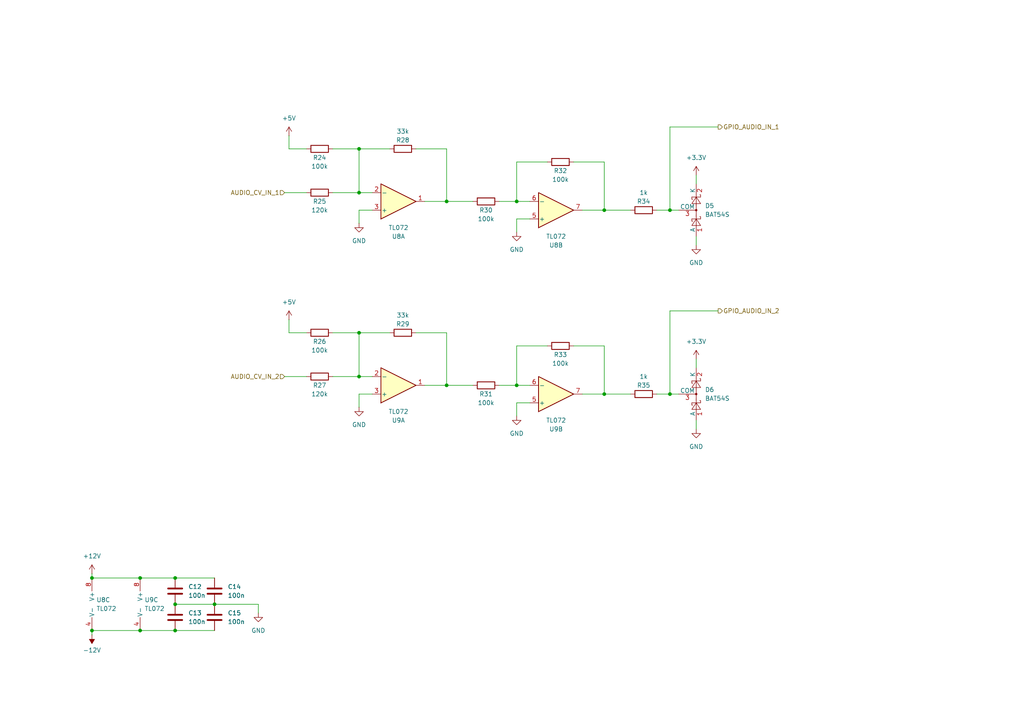
<source format=kicad_sch>
(kicad_sch (version 20250114) (generator "eeschema") (generator_version "9.0")
  (paper "A4")
  (lib_symbols
    (symbol "Amplifier_Operational:TL072" (pin_names (offset 0.127))
      (property "Reference" "U" (at 0 5.08 0))
      (property "Value" "TL072" (at 0 -5.08 0))
      (symbol "TL072_1_1"
        (polyline (pts (xy -5.08 5.08) (xy 5.08 0) (xy -5.08 -5.08) (xy -5.08 5.08)) (stroke (width 0.254)) (fill (type background)))
        (pin input line (at -7.62 2.54 0) (length 2.54) (name "+") (number "3"))
        (pin input line (at -7.62 -2.54 0) (length 2.54) (name "-") (number "2"))
        (pin output line (at 7.62 0 180) (length 2.54) (name "~") (number "1"))
      )
      (symbol "TL072_2_1"
        (polyline (pts (xy -5.08 5.08) (xy 5.08 0) (xy -5.08 -5.08) (xy -5.08 5.08)) (stroke (width 0.254)) (fill (type background)))
        (pin input line (at -7.62 2.54 0) (length 2.54) (name "+") (number "5"))
        (pin input line (at -7.62 -2.54 0) (length 2.54) (name "-") (number "6"))
        (pin output line (at 7.62 0 180) (length 2.54) (name "~") (number "7"))
      )
      (symbol "TL072_3_1"
        (pin power_in line (at -2.54 7.62 270) (length 3.81) (name "V+") (number "8"))
        (pin power_in line (at -2.54 -7.62 90) (length 3.81) (name "V-") (number "4"))
      )
    )
    (symbol "Device:C" (pin_numbers (hide yes)) (pin_names (offset 0.254))
      (property "Reference" "C" (at 0.635 2.54 0))
      (property "Value" "C" (at 0.635 -2.54 0))
      (symbol "C_0_1"
        (polyline (pts (xy -2.032 0.762) (xy 2.032 0.762)) (stroke (width 0.508)))
        (polyline (pts (xy -2.032 -0.762) (xy 2.032 -0.762)) (stroke (width 0.508)))
      )
      (symbol "C_1_1"
        (pin passive line (at 0 3.81 270) (length 2.794) (name "~") (number "1"))
        (pin passive line (at 0 -3.81 90) (length 2.794) (name "~") (number "2"))
      )
    )
    (symbol "Device:R" (pin_numbers (hide yes)) (pin_names (offset 0))
      (property "Reference" "R" (at 2.032 0 90))
      (property "Value" "R" (at 0 0 90))
      (symbol "R_0_1"
        (rectangle (start -1.016 -2.54) (end 1.016 2.54) (stroke (width 0.254)))
      )
      (symbol "R_1_1"
        (pin passive line (at 0 3.81 270) (length 1.27) (name "~") (number "1"))
        (pin passive line (at 0 -3.81 90) (length 1.27) (name "~") (number "2"))
      )
    )
    (symbol "Diode:BAT54S" (pin_names (offset 0))
      (property "Reference" "D" (at 2.54 -5.08 0))
      (property "Value" "BAT54S" (at -6.35 3.175 0))
      (symbol "BAT54S_0_1"
        (polyline (pts (xy -4.445 1.27) (xy -4.445 -1.27) (xy -2.54 0) (xy -4.445 1.27)))
        (polyline (pts (xy -3.81 0) (xy -1.27 0)))
        (polyline (pts (xy -3.175 -1.27) (xy -3.175 -1.016)))
        (polyline (pts (xy -2.54 1.27) (xy -1.905 1.27)))
        (polyline (pts (xy -2.54 -1.27) (xy -3.175 -1.27)))
        (polyline (pts (xy -2.54 -1.27) (xy -2.54 1.27)))
        (polyline (pts (xy -1.905 1.27) (xy -1.905 1.016)))
        (polyline (pts (xy -1.905 0) (xy 1.905 0)))
        (circle (center 0 0) (radius 0.254) (fill (type outline)))
        (polyline (pts (xy 1.27 0) (xy 3.81 0)))
        (polyline (pts (xy 1.905 1.27) (xy 1.905 -1.27) (xy 3.81 0) (xy 1.905 1.27)))
        (polyline (pts (xy 3.175 -1.27) (xy 3.175 -1.016)))
        (polyline (pts (xy 3.81 1.27) (xy 4.445 1.27)))
        (polyline (pts (xy 3.81 -1.27) (xy 3.175 -1.27)))
        (polyline (pts (xy 3.81 -1.27) (xy 3.81 1.27)))
        (polyline (pts (xy 4.445 1.27) (xy 4.445 1.016)))
      )
      (symbol "BAT54S_1_1"
        (pin passive line (at -7.62 0 0) (length 3.81) (name "A") (number "1"))
        (pin passive line (at 0 -5.08 90) (length 5.08) (name "COM") (number "3"))
        (pin passive line (at 7.62 0 180) (length 3.81) (name "K") (number "2"))
      )
    )
    (symbol "power:+12V" (power) (pin_numbers (hide yes)) (pin_names (offset 0) (hide yes))
      (property "Value" "+12V" (at 0 3.556 0))
      (symbol "+12V_0_1"
        (polyline (pts (xy -0.762 1.27) (xy 0 2.54)))
        (polyline (pts (xy 0 2.54) (xy 0.762 1.27)))
        (polyline (pts (xy 0 0) (xy 0 2.54)))
      )
      (symbol "+12V_1_1"
        (pin power_in line (at 0 0 90) (length 0) (name "~") (number "1"))
      )
    )
    (symbol "power:+3.3V" (power) (pin_numbers (hide yes)) (pin_names (offset 0) (hide yes))
      (property "Value" "+3.3V" (at 0 3.556 0))
      (symbol "+3.3V_0_1"
        (polyline (pts (xy -0.762 1.27) (xy 0 2.54)))
        (polyline (pts (xy 0 2.54) (xy 0.762 1.27)))
        (polyline (pts (xy 0 0) (xy 0 2.54)))
      )
      (symbol "+3.3V_1_1"
        (pin power_in line (at 0 0 90) (length 0) (name "~") (number "1"))
      )
    )
    (symbol "power:+5V" (power) (pin_numbers (hide yes)) (pin_names (offset 0) (hide yes))
      (property "Value" "+5V" (at 0 3.556 0))
      (symbol "+5V_0_1"
        (polyline (pts (xy -0.762 1.27) (xy 0 2.54)))
        (polyline (pts (xy 0 2.54) (xy 0.762 1.27)))
        (polyline (pts (xy 0 0) (xy 0 2.54)))
      )
      (symbol "+5V_1_1"
        (pin power_in line (at 0 0 90) (length 0) (name "~") (number "1"))
      )
    )
    (symbol "power:-12V" (power) (pin_numbers (hide yes)) (pin_names (offset 0) (hide yes))
      (property "Value" "-12V" (at 0 3.556 0))
      (symbol "-12V_0_0"
        (pin power_in line (at 0 0 90) (length 0) (name "~") (number "1"))
      )
      (symbol "-12V_0_1"
        (polyline (pts (xy 0 0) (xy 0 1.27) (xy 0.762 1.27) (xy 0 2.54) (xy -0.762 1.27) (xy 0 1.27)) (fill (type outline)))
      )
    )
    (symbol "power:GND" (power) (pin_numbers (hide yes)) (pin_names (offset 0) (hide yes))
      (property "Value" "GND" (at 0 -3.81 0))
      (symbol "GND_0_1"
        (polyline (pts (xy 0 0) (xy 0 -1.27) (xy 1.27 -1.27) (xy 0 -2.54) (xy -1.27 -1.27) (xy 0 -1.27)))
      )
      (symbol "GND_1_1"
        (pin power_in line (at 0 0 270) (length 0) (name "~") (number "1"))
      )
    )
  )
  (junction (at 149.86 111.76))
  (junction (at 149.86 58.42))
  (junction (at 129.54 111.76))
  (junction (at 194.31 114.3))
  (junction (at 194.31 60.96))
  (junction (at 129.54 58.42))
  (junction (at 50.8 182.88))
  (junction (at 50.8 175.26))
  (junction (at 104.14 43.18))
  (junction (at 40.64 167.64))
  (junction (at 175.26 60.96))
  (junction (at 50.8 167.64))
  (junction (at 104.14 55.88))
  (junction (at 104.14 109.22))
  (junction (at 175.26 114.3))
  (junction (at 104.14 96.52))
  (junction (at 26.67 182.88))
  (junction (at 26.67 167.64))
  (junction (at 62.23 175.26))
  (junction (at 40.64 182.88))
  (wire (pts (xy 175.26 46.99) (xy 175.26 60.96)))
  (wire (pts (xy 82.55 55.88) (xy 88.9 55.88)))
  (wire (pts (xy 107.95 114.3) (xy 104.14 114.3)))
  (wire (pts (xy 153.67 63.5) (xy 149.86 63.5)))
  (wire (pts (xy 129.54 58.42) (xy 137.16 58.42)))
  (wire (pts (xy 120.65 96.52) (xy 129.54 96.52)))
  (wire (pts (xy 96.52 96.52) (xy 104.14 96.52)))
  (wire (pts (xy 175.26 114.3) (xy 168.91 114.3)))
  (wire (pts (xy 26.67 167.64) (xy 40.64 167.64)))
  (wire (pts (xy 201.93 71.12) (xy 201.93 68.58)))
  (wire (pts (xy 83.82 39.37) (xy 83.82 43.18)))
  (wire (pts (xy 50.8 175.26) (xy 62.23 175.26)))
  (wire (pts (xy 175.26 60.96) (xy 182.88 60.96)))
  (wire (pts (xy 83.82 96.52) (xy 88.9 96.52)))
  (wire (pts (xy 144.78 58.42) (xy 149.86 58.42)))
  (wire (pts (xy 149.86 63.5) (xy 149.86 67.31)))
  (wire (pts (xy 129.54 43.18) (xy 129.54 58.42)))
  (wire (pts (xy 129.54 96.52) (xy 129.54 111.76)))
  (wire (pts (xy 190.5 60.96) (xy 194.31 60.96)))
  (wire (pts (xy 74.93 177.8) (xy 74.93 175.26)))
  (wire (pts (xy 83.82 43.18) (xy 88.9 43.18)))
  (wire (pts (xy 166.37 46.99) (xy 175.26 46.99)))
  (wire (pts (xy 175.26 60.96) (xy 168.91 60.96)))
  (wire (pts (xy 104.14 60.96) (xy 104.14 64.77)))
  (wire (pts (xy 40.64 167.64) (xy 50.8 167.64)))
  (wire (pts (xy 50.8 167.64) (xy 62.23 167.64)))
  (wire (pts (xy 50.8 182.88) (xy 62.23 182.88)))
  (wire (pts (xy 158.75 100.33) (xy 149.86 100.33)))
  (wire (pts (xy 120.65 43.18) (xy 129.54 43.18)))
  (wire (pts (xy 83.82 92.71) (xy 83.82 96.52)))
  (wire (pts (xy 194.31 114.3) (xy 196.85 114.3)))
  (wire (pts (xy 96.52 109.22) (xy 104.14 109.22)))
  (wire (pts (xy 129.54 111.76) (xy 137.16 111.76)))
  (wire (pts (xy 129.54 111.76) (xy 123.19 111.76)))
  (wire (pts (xy 113.03 43.18) (xy 104.14 43.18)))
  (wire (pts (xy 149.86 100.33) (xy 149.86 111.76)))
  (wire (pts (xy 201.93 104.14) (xy 201.93 106.68)))
  (wire (pts (xy 104.14 55.88) (xy 107.95 55.88)))
  (wire (pts (xy 40.64 182.88) (xy 50.8 182.88)))
  (wire (pts (xy 26.67 166.37) (xy 26.67 167.64)))
  (wire (pts (xy 194.31 90.17) (xy 194.31 114.3)))
  (wire (pts (xy 175.26 100.33) (xy 175.26 114.3)))
  (wire (pts (xy 96.52 55.88) (xy 104.14 55.88)))
  (wire (pts (xy 96.52 43.18) (xy 104.14 43.18)))
  (wire (pts (xy 82.55 109.22) (xy 88.9 109.22)))
  (wire (pts (xy 104.14 96.52) (xy 104.14 109.22)))
  (wire (pts (xy 208.28 90.17) (xy 194.31 90.17)))
  (wire (pts (xy 149.86 116.84) (xy 149.86 120.65)))
  (wire (pts (xy 107.95 60.96) (xy 104.14 60.96)))
  (wire (pts (xy 149.86 111.76) (xy 153.67 111.76)))
  (wire (pts (xy 129.54 58.42) (xy 123.19 58.42)))
  (wire (pts (xy 190.5 114.3) (xy 194.31 114.3)))
  (wire (pts (xy 113.03 96.52) (xy 104.14 96.52)))
  (wire (pts (xy 201.93 124.46) (xy 201.93 121.92)))
  (wire (pts (xy 158.75 46.99) (xy 149.86 46.99)))
  (wire (pts (xy 104.14 114.3) (xy 104.14 118.11)))
  (wire (pts (xy 194.31 36.83) (xy 194.31 60.96)))
  (wire (pts (xy 175.26 114.3) (xy 182.88 114.3)))
  (wire (pts (xy 194.31 60.96) (xy 196.85 60.96)))
  (wire (pts (xy 149.86 46.99) (xy 149.86 58.42)))
  (wire (pts (xy 153.67 116.84) (xy 149.86 116.84)))
  (wire (pts (xy 166.37 100.33) (xy 175.26 100.33)))
  (wire (pts (xy 26.67 182.88) (xy 40.64 182.88)))
  (wire (pts (xy 26.67 184.15) (xy 26.67 182.88)))
  (wire (pts (xy 208.28 36.83) (xy 194.31 36.83)))
  (wire (pts (xy 104.14 43.18) (xy 104.14 55.88)))
  (wire (pts (xy 149.86 58.42) (xy 153.67 58.42)))
  (wire (pts (xy 74.93 175.26) (xy 62.23 175.26)))
  (wire (pts (xy 104.14 109.22) (xy 107.95 109.22)))
  (wire (pts (xy 144.78 111.76) (xy 149.86 111.76)))
  (wire (pts (xy 201.93 50.8) (xy 201.93 53.34)))
  (hierarchical_label "AUDIO_CV_IN_1" (shape input) (at 82.55 55.88 180))
  (hierarchical_label "AUDIO_CV_IN_2" (shape input) (at 82.55 109.22 180))
  (hierarchical_label "GPIO_AUDIO_IN_2" (shape output) (at 208.28 90.17 0))
  (hierarchical_label "GPIO_AUDIO_IN_1" (shape output) (at 208.28 36.83 0))
  (symbol (lib_id "power:+12V") (at 26.67 166.37 0) (unit 1)
    (property "Reference" "#PWR052" (effects (hide yes)))
    (property "Value" "+12V" (at 26.67 161.29 0))
    (property "Description" "Power symbol creates a global label with name \"+12V\"" (effects (hide yes)))
  )
  (symbol (lib_id "power:+5V") (at 83.82 39.37 0) (unit 1)
    (property "Reference" "#PWR055" (effects (hide yes)))
    (property "Value" "+5V" (at 83.82 34.29 0))
    (property "Description" "Power symbol creates a global label with name \"+5V\"" (effects (hide yes)))
  )
  (symbol (lib_id "Device:R") (at 140.97 58.42 90) (unit 1)
    (property "Reference" "R30" (at 140.97 60.96 90))
    (property "Value" "100k" (at 140.97 63.5 90))
    (property "Footprint" "Resistor_SMD:R_0603_1608Metric" (effects (hide yes)))
    (property "LCSC" "C25803" (effects (hide yes)))
    (property "Vendor" "JLCPCB" (effects (hide yes)))
    (property "CHECKED" "YES" (effects (hide yes)))
  )
  (symbol (lib_id "power:GND") (at 201.93 71.12 0) (unit 1)
    (property "Reference" "#PWR051" (effects (hide yes)))
    (property "Value" "GND" (at 201.93 76.2 0))
    (property "Description" "Power symbol creates a global label with name \"GND\" , ground" (effects (hide yes)))
  )
  (symbol (lib_id "power:GND") (at 149.86 120.65 0) (unit 1)
    (property "Reference" "#PWR046" (effects (hide yes)))
    (property "Value" "GND" (at 149.86 125.73 0))
    (property "Description" "Power symbol creates a global label with name \"GND\" , ground" (effects (hide yes)))
  )
  (symbol (lib_id "Diode:BAT54S") (at 201.93 60.96 270) (mirror x) (unit 1)
    (property "Reference" "D5" (at 204.47 59.6899 90) (effects (justify left)))
    (property "Value" "BAT54S" (at 204.47 62.2299 90) (effects (justify left)))
    (property "Footprint" "Package_TO_SOT_SMD:SOT-23" (effects (hide yes)))
    (property "Datasheet" "https://www.diodes.com/assets/Datasheets/ds11005.pdf" (effects (hide yes)))
    (property "Description" "Vr 30V, If 200mA, Dual schottky barrier diode, in series, SOT-323" (effects (hide yes)))
    (property "Vendor" "JLCPCB" (effects (hide yes)))
    (property "LCSC" "C7420333" (effects (hide yes)))
    (property "CHECKED" "YES" (effects (hide yes)))
  )
  (symbol (lib_id "power:GND") (at 201.93 124.46 0) (unit 1)
    (property "Reference" "#PWR050" (effects (hide yes)))
    (property "Value" "GND" (at 201.93 129.54 0))
    (property "Description" "Power symbol creates a global label with name \"GND\" , ground" (effects (hide yes)))
  )
  (symbol (lib_id "power:GND") (at 74.93 177.8 0) (unit 1)
    (property "Reference" "#PWR044" (effects (hide yes)))
    (property "Value" "GND" (at 74.93 182.88 0))
    (property "Description" "Power symbol creates a global label with name \"GND\" , ground" (effects (hide yes)))
  )
  (symbol (lib_id "power:GND") (at 104.14 118.11 0) (unit 1)
    (property "Reference" "#PWR045" (effects (hide yes)))
    (property "Value" "GND" (at 104.14 123.19 0))
    (property "Description" "Power symbol creates a global label with name \"GND\" , ground" (effects (hide yes)))
  )
  (symbol (lib_id "Device:R") (at 186.69 60.96 90) (mirror x) (unit 1)
    (property "Reference" "R34" (at 186.69 58.42 90))
    (property "Value" "1k" (at 186.69 55.88 90))
    (property "Footprint" "Resistor_SMD:R_0603_1608Metric" (effects (hide yes)))
    (property "LCSC" "C21190" (effects (hide yes)))
    (property "Vendor" "JLCPCB" (effects (hide yes)))
    (property "CHECKED" "YES" (effects (hide yes)))
  )
  (symbol (lib_id "Device:R") (at 186.69 114.3 90) (mirror x) (unit 1)
    (property "Reference" "R35" (at 186.69 111.76 90))
    (property "Value" "1k" (at 186.69 109.22 90))
    (property "Footprint" "Resistor_SMD:R_0603_1608Metric" (effects (hide yes)))
    (property "LCSC" "C21190" (effects (hide yes)))
    (property "Vendor" "JLCPCB" (effects (hide yes)))
    (property "CHECKED" "YES" (effects (hide yes)))
  )
  (symbol (lib_id "Amplifier_Operational:TL072") (at 43.18 175.26 0) (unit 3)
    (property "Reference" "U9" (at 41.91 173.9899 0) (effects (justify left)))
    (property "Value" "TL072" (at 41.91 176.5299 0) (effects (justify left)))
    (property "Footprint" "Package_SO:SOIC-8_3.9x4.9mm_P1.27mm" (effects (hide yes)))
    (property "Datasheet" "http://www.ti.com/lit/ds/symlink/tl071.pdf" (effects (hide yes)))
    (property "Description" "Dual Low-Noise JFET-Input Operational Amplifiers, DIP-8/SOIC-8" (effects (hide yes)))
    (property "LCSC" "C6961" (effects (hide yes)))
    (property "Vendor" "JLCPCB" (effects (hide yes)))
    (property "CHECKED" "YES" (effects (hide yes)))
  )
  (symbol (lib_id "Device:C") (at 62.23 179.07 0) (unit 1)
    (property "Reference" "C15" (at 66.04 177.8 0) (effects (justify left)))
    (property "Value" "100n" (at 66.04 180.34 0) (effects (justify left)))
    (property "Footprint" "Capacitor_SMD:C_0603_1608Metric" (effects (hide yes)))
    (property "LCSC" "C14663" (effects (hide yes)))
    (property "Vendor" "JLCPCB" (effects (hide yes)))
    (property "CHECKED" "YES" (effects (hide yes)))
  )
  (symbol (lib_id "Device:C") (at 62.23 171.45 0) (unit 1)
    (property "Reference" "C14" (at 66.04 170.18 0) (effects (justify left)))
    (property "Value" "100n" (at 66.04 172.72 0) (effects (justify left)))
    (property "Footprint" "Capacitor_SMD:C_0603_1608Metric" (effects (hide yes)))
    (property "LCSC" "C14663" (effects (hide yes)))
    (property "Vendor" "JLCPCB" (effects (hide yes)))
    (property "CHECKED" "YES" (effects (hide yes)))
  )
  (symbol (lib_id "Device:R") (at 116.84 96.52 90) (mirror x) (unit 1)
    (property "Reference" "R29" (at 116.84 93.98 90))
    (property "Value" "33k" (at 116.84 91.44 90))
    (property "Footprint" "Resistor_SMD:R_0603_1608Metric" (effects (hide yes)))
    (property "LCSC" "C4216" (effects (hide yes)))
    (property "Vendor" "JLCPCB" (effects (hide yes)))
    (property "CHECKED" "YES" (effects (hide yes)))
  )
  (symbol (lib_id "Device:R") (at 92.71 43.18 90) (unit 1)
    (property "Reference" "R24" (at 92.71 45.72 90))
    (property "Value" "100k" (at 92.71 48.26 90))
    (property "Footprint" "Resistor_SMD:R_0603_1608Metric" (effects (hide yes)))
    (property "LCSC" "C25803" (effects (hide yes)))
    (property "Vendor" "JLCPCB" (effects (hide yes)))
    (property "CHECKED" "YES" (effects (hide yes)))
  )
  (symbol (lib_id "power:GND") (at 104.14 64.77 0) (unit 1)
    (property "Reference" "#PWR057" (effects (hide yes)))
    (property "Value" "GND" (at 104.14 69.85 0))
    (property "Description" "Power symbol creates a global label with name \"GND\" , ground" (effects (hide yes)))
  )
  (symbol (lib_id "Device:R") (at 92.71 55.88 90) (unit 1)
    (property "Reference" "R25" (at 92.71 58.42 90))
    (property "Value" "120k" (at 92.71 60.96 90))
    (property "Footprint" "Resistor_SMD:R_0603_1608Metric" (effects (hide yes)))
    (property "LCSC" "C25808" (effects (hide yes)))
    (property "Vendor" "JLCPCB" (effects (hide yes)))
    (property "CHECKED" "YES" (effects (hide yes)))
  )
  (symbol (lib_id "Device:R") (at 92.71 109.22 90) (unit 1)
    (property "Reference" "R27" (at 92.71 111.76 90))
    (property "Value" "120k" (at 92.71 114.3 90))
    (property "Footprint" "Resistor_SMD:R_0603_1608Metric" (effects (hide yes)))
    (property "LCSC" "C25808" (effects (hide yes)))
    (property "Vendor" "JLCPCB" (effects (hide yes)))
    (property "CHECKED" "YES" (effects (hide yes)))
  )
  (symbol (lib_id "Device:R") (at 92.71 96.52 90) (unit 1)
    (property "Reference" "R26" (at 92.71 99.06 90))
    (property "Value" "100k" (at 92.71 101.6 90))
    (property "Footprint" "Resistor_SMD:R_0603_1608Metric" (effects (hide yes)))
    (property "LCSC" "C25803" (effects (hide yes)))
    (property "Vendor" "JLCPCB" (effects (hide yes)))
    (property "CHECKED" "YES" (effects (hide yes)))
  )
  (symbol (lib_id "Amplifier_Operational:TL072") (at 161.29 60.96 0) (mirror x) (unit 2)
    (property "Reference" "U8" (at 161.29 71.12 0))
    (property "Value" "TL072" (at 161.29 68.58 0))
    (property "Footprint" "Package_SO:SOIC-8_3.9x4.9mm_P1.27mm" (effects (hide yes)))
    (property "Datasheet" "http://www.ti.com/lit/ds/symlink/tl071.pdf" (effects (hide yes)))
    (property "Description" "Dual Low-Noise JFET-Input Operational Amplifiers, DIP-8/SOIC-8" (effects (hide yes)))
    (property "LCSC" "C6961" (effects (hide yes)))
    (property "Vendor" "JLCPCB" (effects (hide yes)))
    (property "CHECKED" "YES" (effects (hide yes)))
  )
  (symbol (lib_id "Diode:BAT54S") (at 201.93 114.3 270) (mirror x) (unit 1)
    (property "Reference" "D6" (at 204.47 113.0299 90) (effects (justify left)))
    (property "Value" "BAT54S" (at 204.47 115.5699 90) (effects (justify left)))
    (property "Footprint" "Package_TO_SOT_SMD:SOT-23" (effects (hide yes)))
    (property "Datasheet" "https://www.diodes.com/assets/Datasheets/ds11005.pdf" (effects (hide yes)))
    (property "Description" "Vr 30V, If 200mA, Dual schottky barrier diode, in series, SOT-323" (effects (hide yes)))
    (property "Vendor" "JLCPCB" (effects (hide yes)))
    (property "LCSC" "C7420333" (effects (hide yes)))
    (property "CHECKED" "YES" (effects (hide yes)))
  )
  (symbol (lib_id "power:+5V") (at 83.82 92.71 0) (unit 1)
    (property "Reference" "#PWR056" (effects (hide yes)))
    (property "Value" "+5V" (at 83.82 87.63 0))
    (property "Description" "Power symbol creates a global label with name \"+5V\"" (effects (hide yes)))
  )
  (symbol (lib_id "power:-12V") (at 26.67 184.15 180) (unit 1)
    (property "Reference" "#PWR053" (effects (hide yes)))
    (property "Value" "-12V" (at 26.67 188.595 0))
    (property "Description" "Power symbol creates a global label with name \"-12V\"" (effects (hide yes)))
  )
  (symbol (lib_id "Amplifier_Operational:TL072") (at 29.21 175.26 0) (unit 3)
    (property "Reference" "U8" (at 27.94 173.9899 0) (effects (justify left)))
    (property "Value" "TL072" (at 27.94 176.5299 0) (effects (justify left)))
    (property "Footprint" "Package_SO:SOIC-8_3.9x4.9mm_P1.27mm" (effects (hide yes)))
    (property "Datasheet" "http://www.ti.com/lit/ds/symlink/tl071.pdf" (effects (hide yes)))
    (property "Description" "Dual Low-Noise JFET-Input Operational Amplifiers, DIP-8/SOIC-8" (effects (hide yes)))
    (property "LCSC" "C6961" (effects (hide yes)))
    (property "Vendor" "JLCPCB" (effects (hide yes)))
    (property "CHECKED" "YES" (effects (hide yes)))
  )
  (symbol (lib_id "power:+3.3V") (at 201.93 104.14 0) (unit 1)
    (property "Reference" "#PWR063" (effects (hide yes)))
    (property "Value" "+3.3V" (at 201.93 99.06 0))
    (property "Description" "Power symbol creates a global label with name \"+3.3V\"" (effects (hide yes)))
  )
  (symbol (lib_id "Amplifier_Operational:TL072") (at 161.29 114.3 0) (mirror x) (unit 2)
    (property "Reference" "U9" (at 161.29 124.46 0))
    (property "Value" "TL072" (at 161.29 121.92 0))
    (property "Footprint" "Package_SO:SOIC-8_3.9x4.9mm_P1.27mm" (effects (hide yes)))
    (property "Datasheet" "http://www.ti.com/lit/ds/symlink/tl071.pdf" (effects (hide yes)))
    (property "Description" "Dual Low-Noise JFET-Input Operational Amplifiers, DIP-8/SOIC-8" (effects (hide yes)))
    (property "LCSC" "C6961" (effects (hide yes)))
    (property "Vendor" "JLCPCB" (effects (hide yes)))
    (property "CHECKED" "YES" (effects (hide yes)))
  )
  (symbol (lib_id "Device:R") (at 140.97 111.76 90) (unit 1)
    (property "Reference" "R31" (at 140.97 114.3 90))
    (property "Value" "100k" (at 140.97 116.84 90))
    (property "Footprint" "Resistor_SMD:R_0603_1608Metric" (effects (hide yes)))
    (property "LCSC" "C25803" (effects (hide yes)))
    (property "Vendor" "JLCPCB" (effects (hide yes)))
    (property "CHECKED" "YES" (effects (hide yes)))
  )
  (symbol (lib_id "power:+3.3V") (at 201.93 50.8 0) (unit 1)
    (property "Reference" "#PWR061" (effects (hide yes)))
    (property "Value" "+3.3V" (at 201.93 45.72 0))
    (property "Description" "Power symbol creates a global label with name \"+3.3V\"" (effects (hide yes)))
  )
  (symbol (lib_id "power:GND") (at 149.86 67.31 0) (unit 1)
    (property "Reference" "#PWR054" (effects (hide yes)))
    (property "Value" "GND" (at 149.86 72.39 0))
    (property "Description" "Power symbol creates a global label with name \"GND\" , ground" (effects (hide yes)))
  )
  (symbol (lib_id "Device:R") (at 116.84 43.18 90) (mirror x) (unit 1)
    (property "Reference" "R28" (at 116.84 40.64 90))
    (property "Value" "33k" (at 116.84 38.1 90))
    (property "Footprint" "Resistor_SMD:R_0603_1608Metric" (effects (hide yes)))
    (property "LCSC" "C4216" (effects (hide yes)))
    (property "Vendor" "JLCPCB" (effects (hide yes)))
    (property "CHECKED" "YES" (effects (hide yes)))
  )
  (symbol (lib_id "Device:C") (at 50.8 171.45 0) (unit 1)
    (property "Reference" "C12" (at 54.61 170.18 0) (effects (justify left)))
    (property "Value" "100n" (at 54.61 172.72 0) (effects (justify left)))
    (property "Footprint" "Capacitor_SMD:C_0603_1608Metric" (effects (hide yes)))
    (property "LCSC" "C14663" (effects (hide yes)))
    (property "Vendor" "JLCPCB" (effects (hide yes)))
    (property "CHECKED" "YES" (effects (hide yes)))
  )
  (symbol (lib_id "Device:C") (at 50.8 179.07 0) (unit 1)
    (property "Reference" "C13" (at 54.61 177.8 0) (effects (justify left)))
    (property "Value" "100n" (at 54.61 180.34 0) (effects (justify left)))
    (property "Footprint" "Capacitor_SMD:C_0603_1608Metric" (effects (hide yes)))
    (property "LCSC" "C14663" (effects (hide yes)))
    (property "Vendor" "JLCPCB" (effects (hide yes)))
    (property "CHECKED" "YES" (effects (hide yes)))
  )
  (symbol (lib_id "Amplifier_Operational:TL072") (at 115.57 58.42 0) (mirror x) (unit 1)
    (property "Reference" "U8" (at 115.57 68.58 0))
    (property "Value" "TL072" (at 115.57 66.04 0))
    (property "Footprint" "Package_SO:SOIC-8_3.9x4.9mm_P1.27mm" (effects (hide yes)))
    (property "Datasheet" "http://www.ti.com/lit/ds/symlink/tl071.pdf" (effects (hide yes)))
    (property "Description" "Dual Low-Noise JFET-Input Operational Amplifiers, DIP-8/SOIC-8" (effects (hide yes)))
    (property "LCSC" "C6961" (effects (hide yes)))
    (property "Vendor" "JLCPCB" (effects (hide yes)))
    (property "CHECKED" "YES" (effects (hide yes)))
  )
  (symbol (lib_id "Device:R") (at 162.56 100.33 90) (unit 1)
    (property "Reference" "R33" (at 162.56 102.87 90))
    (property "Value" "100k" (at 162.56 105.41 90))
    (property "Footprint" "Resistor_SMD:R_0603_1608Metric" (effects (hide yes)))
    (property "LCSC" "C25803" (effects (hide yes)))
    (property "Vendor" "JLCPCB" (effects (hide yes)))
    (property "CHECKED" "YES" (effects (hide yes)))
  )
  (symbol (lib_id "Device:R") (at 162.56 46.99 90) (unit 1)
    (property "Reference" "R32" (at 162.56 49.53 90))
    (property "Value" "100k" (at 162.56 52.07 90))
    (property "Footprint" "Resistor_SMD:R_0603_1608Metric" (effects (hide yes)))
    (property "LCSC" "C25803" (effects (hide yes)))
    (property "Vendor" "JLCPCB" (effects (hide yes)))
    (property "CHECKED" "YES" (effects (hide yes)))
  )
  (symbol (lib_id "Amplifier_Operational:TL072") (at 115.57 111.76 0) (mirror x) (unit 1)
    (property "Reference" "U9" (at 115.57 121.92 0))
    (property "Value" "TL072" (at 115.57 119.38 0))
    (property "Footprint" "Package_SO:SOIC-8_3.9x4.9mm_P1.27mm" (effects (hide yes)))
    (property "Datasheet" "http://www.ti.com/lit/ds/symlink/tl071.pdf" (effects (hide yes)))
    (property "Description" "Dual Low-Noise JFET-Input Operational Amplifiers, DIP-8/SOIC-8" (effects (hide yes)))
    (property "LCSC" "C6961" (effects (hide yes)))
    (property "Vendor" "JLCPCB" (effects (hide yes)))
    (property "CHECKED" "YES" (effects (hide yes)))
  )
)
</source>
